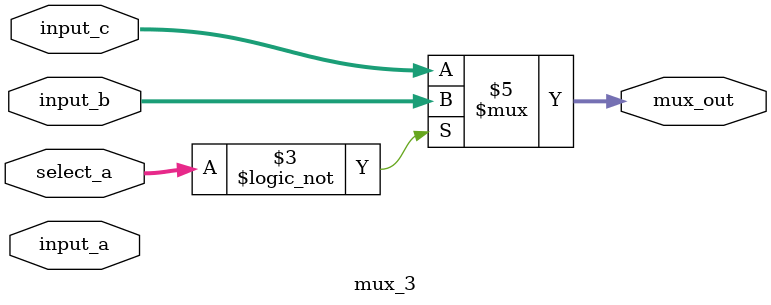
<source format=v>
module mux_3 
  #(
   parameter integer DATA_W = 16
    )(
      input  wire [DATA_W-1:0] input_a,
      input  wire [DATA_W-1:0] input_b,
      input  wire [DATA_W-1:0] input_c,
      input  wire [1:0]        select_a,
      output reg  [DATA_W-1:0] mux_out
    );

    always@(*)begin
        if(select_a == 2'b01) begin
            mux_out = input_a;
        end
        if(select_a == 2'b00 ) begin
            mux_out = input_b;

        end else begin
            mux_out = input_c;
        end
    end
endmodule
</source>
